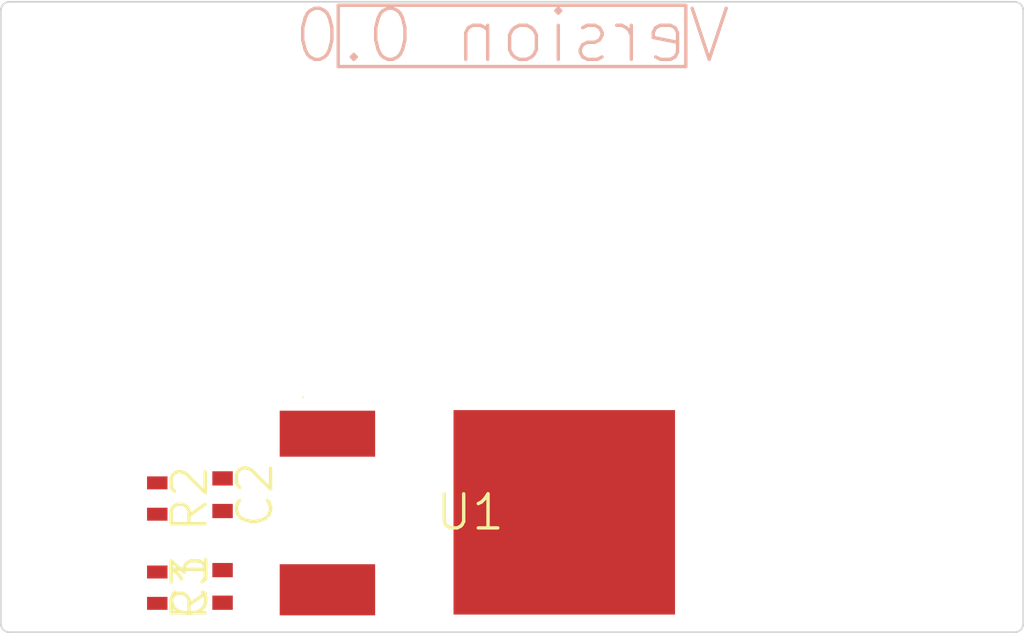
<source format=kicad_pcb>
(kicad_pcb (version 20221018) (generator jitx)
  (layers (0 F.Cu signal) (1 In1.Cu signal) (2 In2.Cu signal) (31 B.Cu signal) (34 "B.Paste" user) (35 "F.Paste" user) (36 "B.SilkS" user "B.Silkscreen") (37 "F.SilkS" user "F.Silkscreen") (38 "B.Mask" user) (39 "F.Mask" user) (44 "Edge.Cuts" user))
  (net 1 "adj")
  (net 2 "output")
  (net 3 "r-lo_p2")
  (net 4 "input")
  (footprint "jitx-design:Pkg0402" (layer F.Cu) (at 129.090000152588 115.941999912262 0.0)
    (pad 1 smd rect (at 0.0 -0.4598612181134 0.0) (size 0.6 0.3802775637732) (net 1 "adj") (layers F.Cu F.Mask F.Paste))
    (pad 2 smd rect (at 0.0 0.4598612181134 0.0) (size 0.6 0.3802775637732) (net 3 "r-lo_p2") (layers F.Cu F.Mask F.Paste))
    (fp_text value "270R" hide)
    (fp_text reference "R3" (at 0.95 0.0 90.0) (layer F.SilkS) (effects (font (size 1.0 1.0) (thickness 0.10))))
  )
  (footprint "jitx-design:C75510_LP" (layer F.Cu) (at 138.272114276886 113.730602264404 0.0)
    (pad 1 smd rect (at -4.189192 -2.307163 0.0) (size 2.8 1.350013) (net 1 "adj") (layers F.Cu F.Mask F.Paste))
    (pad 3 smd rect (at -4.189192 2.27272 0.0) (size 2.8 1.5) (net 4 "input") (layers F.Cu F.Mask F.Paste))
    (pad 4 smd rect (at 2.761024 -7.6e-05 0.0) (size 6.500025 6.0) (net 2 "output") (layers F.Cu F.Mask F.Paste))
    (fp_text value "~" hide)
    (fp_poly (pts (xy -4.873045 -3.374676) (xy -4.87360222686831 -3.38033361933847) (xy -4.87525249355717 -3.38577381953859) (xy -4.87793238124323 -3.39078753675757) (xy -4.88153890334559 -3.39518209665441) (xy -4.88593346324243 -3.39878861875677) (xy -4.89094718046141 -3.40146850644283) (xy -4.89638738066153 -3.40311877313169) (xy -4.902045 -3.403676) (xy -4.90770261933847 -3.40311877313169) (xy -4.91314281953859 -3.40146850644283) (xy -4.91815653675757 -3.39878861875677) (xy -4.92255109665441 -3.39518209665441) (xy -4.92615761875677 -3.39078753675757) (xy -4.92883750644283 -3.38577381953859) (xy -4.93048777313169 -3.38033361933847) (xy -4.931045 -3.374676) (xy -4.93048777313169 -3.36901838066153) (xy -4.92883750644283 -3.36357818046141) (xy -4.92615761875677 -3.35856446324243) (xy -4.92255109665441 -3.35416990334559) (xy -4.91815653675757 -3.35056338124323) (xy -4.91314281953859 -3.34788349355717) (xy -4.90770261933847 -3.34623322686831) (xy -4.902045 -3.345676) (xy -4.89638738066153 -3.34623322686831) (xy -4.89094718046141 -3.34788349355717) (xy -4.88593346324243 -3.35056338124323) (xy -4.88153890334559 -3.35416990334559) (xy -4.87793238124323 -3.35856446324243) (xy -4.87525249355717 -3.36357818046141) (xy -4.87360222686831 -3.36901838066153)) (layer F.SilkS))
    (fp_text reference "U1" (at 0.0 0.0 0.0) (layer F.SilkS) (effects (font (size 1.0 1.0) (thickness 0.10))))
  )
  (footprint "jitx-design:Pkg0402" (layer F.Cu) (at 129.090000152588 113.325999736786 0.0)
    (pad 1 smd rect (at 0.0 -0.4598612181134 0.0) (size 0.6 0.3802775637732) (net 2 "output") (layers F.Cu F.Mask F.Paste))
    (pad 2 smd rect (at 0.0 0.4598612181134 0.0) (size 0.6 0.3802775637732) (net 1 "adj") (layers F.Cu F.Mask F.Paste))
    (fp_text value "442R" hide)
    (fp_text reference "R2" (at 0.95 0.0 90.0) (layer F.SilkS) (effects (font (size 1.0 1.0) (thickness 0.10))))
  )
  (footprint "jitx-design:Pkg0402_1" (layer F.Cu) (at 131.006000518799 113.213500022888 0.0)
    (pad 1 smd rect (at 0.0 -0.4786112181134 0.0) (size 0.6 0.417777563773199) (net 2 "output") (layers F.Cu F.Mask F.Paste))
    (pad 2 smd rect (at 0.0 0.4786112181134 0.0) (size 0.6 0.417777563773199) (net 3 "r-lo_p2") (layers F.Cu F.Mask F.Paste))
    (fp_text value "1u" hide)
    (fp_text reference "C2" (at 0.95 0.0 90.0) (layer F.SilkS) (effects (font (size 1.0 1.0) (thickness 0.10))))
  )
  (footprint "jitx-design:TEXT_LP" (layer B.Cu) (at 139.5 99.75 0.0)
    (fp_text reference "TXT1" hide)
    (fp_text value "~" hide)
    (fp_text user "Version 0.0" (at -0.0 0.0 0.0) (layer B.SilkS) (effects (font (size 1.5 1.5) (thickness 0.10)) (justify mirror)))
    (fp_line (start 5.1 0.9) (end 5.1 -0.9) (layer B.SilkS) (stroke (width 0.1)))
    (fp_line (start 5.1 -0.9) (end -5.1 -0.9) (layer B.SilkS) (stroke (width 0.1)))
    (fp_line (start -5.1 -0.9) (end -5.1 0.9) (layer B.SilkS) (stroke (width 0.1)))
    (fp_line (start -5.1 0.9) (end 5.1 0.9) (layer B.SilkS) (stroke (width 0.1)))
  )
  (footprint "jitx-design:Pkg0402_1" (layer F.Cu) (at 131.006000518799 115.904500007629 180.0)
    (pad 1 smd rect (at 0.0 -0.4786112181134 180.0) (size 0.6 0.417777563773199) (net 4 "input") (layers F.Cu F.Mask F.Paste))
    (pad 2 smd rect (at 0.0 0.4786112181134 180.0) (size 0.6 0.417777563773199) (net 3 "r-lo_p2") (layers F.Cu F.Mask F.Paste))
    (fp_text value "100n" hide)
    (fp_text reference "C1" (at 0.95 0.0 90.0) (layer F.SilkS) (effects (font (size 1.0 1.0) (thickness 0.10))))
  )
  (gr_line (start 154.5 99.0) (end 154.495196320101 98.951227419496) (layer Edge.Cuts) (stroke (width 0.05)))
  (gr_line (start 154.495196320101 98.951227419496) (end 154.480969883128 98.9043291419087) (layer Edge.Cuts) (stroke (width 0.05)))
  (gr_line (start 154.480969883128 98.9043291419087) (end 154.457867403076 98.8611074417451) (layer Edge.Cuts) (stroke (width 0.05)))
  (gr_line (start 154.457867403076 98.8611074417451) (end 154.426776695297 98.8232233047034) (layer Edge.Cuts) (stroke (width 0.05)))
  (gr_line (start 154.426776695297 98.8232233047034) (end 154.388892558255 98.7921325969244) (layer Edge.Cuts) (stroke (width 0.05)))
  (gr_line (start 154.388892558255 98.7921325969244) (end 154.345670858091 98.7690301168722) (layer Edge.Cuts) (stroke (width 0.05)))
  (gr_line (start 154.345670858091 98.7690301168722) (end 154.298772580504 98.7548036798992) (layer Edge.Cuts) (stroke (width 0.05)))
  (gr_line (start 154.298772580504 98.7548036798992) (end 154.25 98.75) (layer Edge.Cuts) (stroke (width 0.05)))
  (gr_line (start 154.25 98.75) (end 124.75 98.75) (layer Edge.Cuts) (stroke (width 0.05)))
  (gr_line (start 124.75 98.75) (end 124.701227419496 98.7548036798992) (layer Edge.Cuts) (stroke (width 0.05)))
  (gr_line (start 124.701227419496 98.7548036798992) (end 124.654329141909 98.7690301168722) (layer Edge.Cuts) (stroke (width 0.05)))
  (gr_line (start 124.654329141909 98.7690301168722) (end 124.611107441745 98.7921325969244) (layer Edge.Cuts) (stroke (width 0.05)))
  (gr_line (start 124.611107441745 98.7921325969244) (end 124.573223304703 98.8232233047034) (layer Edge.Cuts) (stroke (width 0.05)))
  (gr_line (start 124.573223304703 98.8232233047034) (end 124.542132596924 98.8611074417451) (layer Edge.Cuts) (stroke (width 0.05)))
  (gr_line (start 124.542132596924 98.8611074417451) (end 124.519030116872 98.9043291419087) (layer Edge.Cuts) (stroke (width 0.05)))
  (gr_line (start 124.519030116872 98.9043291419087) (end 124.504803679899 98.951227419496) (layer Edge.Cuts) (stroke (width 0.05)))
  (gr_line (start 124.504803679899 98.951227419496) (end 124.5 99.0) (layer Edge.Cuts) (stroke (width 0.05)))
  (gr_line (start 124.5 99.0) (end 124.5 117.0) (layer Edge.Cuts) (stroke (width 0.05)))
  (gr_line (start 124.5 117.0) (end 124.504803679899 117.048772580504) (layer Edge.Cuts) (stroke (width 0.05)))
  (gr_line (start 124.504803679899 117.048772580504) (end 124.519030116872 117.095670858091) (layer Edge.Cuts) (stroke (width 0.05)))
  (gr_line (start 124.519030116872 117.095670858091) (end 124.542132596924 117.138892558255) (layer Edge.Cuts) (stroke (width 0.05)))
  (gr_line (start 124.542132596924 117.138892558255) (end 124.573223304703 117.176776695297) (layer Edge.Cuts) (stroke (width 0.05)))
  (gr_line (start 124.573223304703 117.176776695297) (end 124.611107441745 117.207867403076) (layer Edge.Cuts) (stroke (width 0.05)))
  (gr_line (start 124.611107441745 117.207867403076) (end 124.654329141909 117.230969883128) (layer Edge.Cuts) (stroke (width 0.05)))
  (gr_line (start 124.654329141909 117.230969883128) (end 124.701227419496 117.245196320101) (layer Edge.Cuts) (stroke (width 0.05)))
  (gr_line (start 124.701227419496 117.245196320101) (end 124.75 117.25) (layer Edge.Cuts) (stroke (width 0.05)))
  (gr_line (start 124.75 117.25) (end 154.25 117.25) (layer Edge.Cuts) (stroke (width 0.05)))
  (gr_line (start 154.25 117.25) (end 154.298772580504 117.245196320101) (layer Edge.Cuts) (stroke (width 0.05)))
  (gr_line (start 154.298772580504 117.245196320101) (end 154.345670858091 117.230969883128) (layer Edge.Cuts) (stroke (width 0.05)))
  (gr_line (start 154.345670858091 117.230969883128) (end 154.388892558255 117.207867403076) (layer Edge.Cuts) (stroke (width 0.05)))
  (gr_line (start 154.388892558255 117.207867403076) (end 154.426776695297 117.176776695297) (layer Edge.Cuts) (stroke (width 0.05)))
  (gr_line (start 154.426776695297 117.176776695297) (end 154.457867403076 117.138892558255) (layer Edge.Cuts) (stroke (width 0.05)))
  (gr_line (start 154.457867403076 117.138892558255) (end 154.480969883128 117.095670858091) (layer Edge.Cuts) (stroke (width 0.05)))
  (gr_line (start 154.480969883128 117.095670858091) (end 154.495196320101 117.048772580504) (layer Edge.Cuts) (stroke (width 0.05)))
  (gr_line (start 154.495196320101 117.048772580504) (end 154.5 117.0) (layer Edge.Cuts) (stroke (width 0.05)))
  (gr_line (start 154.5 117.0) (end 154.5 99.0) (layer Edge.Cuts) (stroke (width 0.05)))
)
</source>
